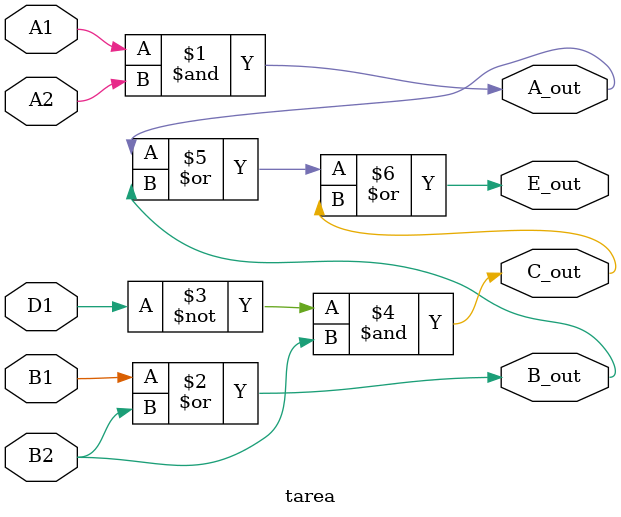
<source format=v>
`timescale 1ns/1ps

module tarea(A1,A2,B1,B2,D1,E_out,A_out,B_out,C_out);
    input A1;
    input A2;
    input B1;
    input B2;
    input D1;
    output A_out;
    output B_out;
    output C_out;
    output E_out;

    //Gate lvl modeling

    and A(A_out,A1,A2);
    or B(B_out,B1,B2);
    and C(C_out,~D1,B2);
    or E(E_out,A_out,B_out,C_out);

endmodule

    
</source>
